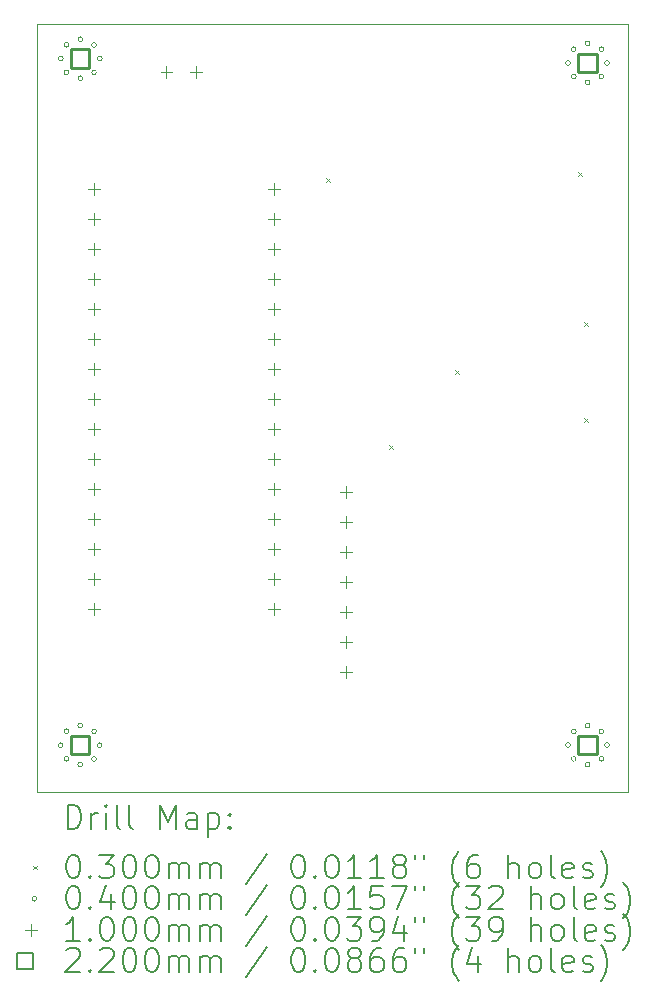
<source format=gbr>
%TF.GenerationSoftware,KiCad,Pcbnew,8.0.6*%
%TF.CreationDate,2024-10-20T12:02:17+02:00*%
%TF.ProjectId,foxy,666f7879-2e6b-4696-9361-645f70636258,rev?*%
%TF.SameCoordinates,Original*%
%TF.FileFunction,Drillmap*%
%TF.FilePolarity,Positive*%
%FSLAX45Y45*%
G04 Gerber Fmt 4.5, Leading zero omitted, Abs format (unit mm)*
G04 Created by KiCad (PCBNEW 8.0.6) date 2024-10-20 12:02:17*
%MOMM*%
%LPD*%
G01*
G04 APERTURE LIST*
%ADD10C,0.050000*%
%ADD11C,0.200000*%
%ADD12C,0.100000*%
%ADD13C,0.220000*%
G04 APERTURE END LIST*
D10*
X9144000Y-6477000D02*
X14144000Y-6477000D01*
X14144000Y-12977000D01*
X9144000Y-12977000D01*
X9144000Y-6477000D01*
D11*
D12*
X11592800Y-7782800D02*
X11622800Y-7812800D01*
X11622800Y-7782800D02*
X11592800Y-7812800D01*
X12126200Y-10043400D02*
X12156200Y-10073400D01*
X12156200Y-10043400D02*
X12126200Y-10073400D01*
X12685000Y-9408400D02*
X12715000Y-9438400D01*
X12715000Y-9408400D02*
X12685000Y-9438400D01*
X13726400Y-7732000D02*
X13756400Y-7762000D01*
X13756400Y-7732000D02*
X13726400Y-7762000D01*
X13777200Y-9002000D02*
X13807200Y-9032000D01*
X13807200Y-9002000D02*
X13777200Y-9032000D01*
X13777200Y-9814800D02*
X13807200Y-9844800D01*
X13807200Y-9814800D02*
X13777200Y-9844800D01*
X9364927Y-6771473D02*
G75*
G02*
X9324927Y-6771473I-20000J0D01*
G01*
X9324927Y-6771473D02*
G75*
G02*
X9364927Y-6771473I20000J0D01*
G01*
X9364927Y-12583327D02*
G75*
G02*
X9324927Y-12583327I-20000J0D01*
G01*
X9324927Y-12583327D02*
G75*
G02*
X9364927Y-12583327I20000J0D01*
G01*
X9413255Y-6654800D02*
G75*
G02*
X9373255Y-6654800I-20000J0D01*
G01*
X9373255Y-6654800D02*
G75*
G02*
X9413255Y-6654800I20000J0D01*
G01*
X9413255Y-6888145D02*
G75*
G02*
X9373255Y-6888145I-20000J0D01*
G01*
X9373255Y-6888145D02*
G75*
G02*
X9413255Y-6888145I20000J0D01*
G01*
X9413255Y-12466655D02*
G75*
G02*
X9373255Y-12466655I-20000J0D01*
G01*
X9373255Y-12466655D02*
G75*
G02*
X9413255Y-12466655I20000J0D01*
G01*
X9413255Y-12700000D02*
G75*
G02*
X9373255Y-12700000I-20000J0D01*
G01*
X9373255Y-12700000D02*
G75*
G02*
X9413255Y-12700000I20000J0D01*
G01*
X9529927Y-6606473D02*
G75*
G02*
X9489927Y-6606473I-20000J0D01*
G01*
X9489927Y-6606473D02*
G75*
G02*
X9529927Y-6606473I20000J0D01*
G01*
X9529927Y-6936473D02*
G75*
G02*
X9489927Y-6936473I-20000J0D01*
G01*
X9489927Y-6936473D02*
G75*
G02*
X9529927Y-6936473I20000J0D01*
G01*
X9529927Y-12418327D02*
G75*
G02*
X9489927Y-12418327I-20000J0D01*
G01*
X9489927Y-12418327D02*
G75*
G02*
X9529927Y-12418327I20000J0D01*
G01*
X9529927Y-12748327D02*
G75*
G02*
X9489927Y-12748327I-20000J0D01*
G01*
X9489927Y-12748327D02*
G75*
G02*
X9529927Y-12748327I20000J0D01*
G01*
X9646600Y-6654800D02*
G75*
G02*
X9606600Y-6654800I-20000J0D01*
G01*
X9606600Y-6654800D02*
G75*
G02*
X9646600Y-6654800I20000J0D01*
G01*
X9646600Y-6888145D02*
G75*
G02*
X9606600Y-6888145I-20000J0D01*
G01*
X9606600Y-6888145D02*
G75*
G02*
X9646600Y-6888145I20000J0D01*
G01*
X9646600Y-12466655D02*
G75*
G02*
X9606600Y-12466655I-20000J0D01*
G01*
X9606600Y-12466655D02*
G75*
G02*
X9646600Y-12466655I20000J0D01*
G01*
X9646600Y-12700000D02*
G75*
G02*
X9606600Y-12700000I-20000J0D01*
G01*
X9606600Y-12700000D02*
G75*
G02*
X9646600Y-12700000I20000J0D01*
G01*
X9694927Y-6771473D02*
G75*
G02*
X9654927Y-6771473I-20000J0D01*
G01*
X9654927Y-6771473D02*
G75*
G02*
X9694927Y-6771473I20000J0D01*
G01*
X9694927Y-12583327D02*
G75*
G02*
X9654927Y-12583327I-20000J0D01*
G01*
X9654927Y-12583327D02*
G75*
G02*
X9694927Y-12583327I20000J0D01*
G01*
X13660000Y-6807200D02*
G75*
G02*
X13620000Y-6807200I-20000J0D01*
G01*
X13620000Y-6807200D02*
G75*
G02*
X13660000Y-6807200I20000J0D01*
G01*
X13660000Y-12583327D02*
G75*
G02*
X13620000Y-12583327I-20000J0D01*
G01*
X13620000Y-12583327D02*
G75*
G02*
X13660000Y-12583327I20000J0D01*
G01*
X13708327Y-6690527D02*
G75*
G02*
X13668327Y-6690527I-20000J0D01*
G01*
X13668327Y-6690527D02*
G75*
G02*
X13708327Y-6690527I20000J0D01*
G01*
X13708327Y-6923873D02*
G75*
G02*
X13668327Y-6923873I-20000J0D01*
G01*
X13668327Y-6923873D02*
G75*
G02*
X13708327Y-6923873I20000J0D01*
G01*
X13708327Y-12466655D02*
G75*
G02*
X13668327Y-12466655I-20000J0D01*
G01*
X13668327Y-12466655D02*
G75*
G02*
X13708327Y-12466655I20000J0D01*
G01*
X13708327Y-12700000D02*
G75*
G02*
X13668327Y-12700000I-20000J0D01*
G01*
X13668327Y-12700000D02*
G75*
G02*
X13708327Y-12700000I20000J0D01*
G01*
X13825000Y-6642200D02*
G75*
G02*
X13785000Y-6642200I-20000J0D01*
G01*
X13785000Y-6642200D02*
G75*
G02*
X13825000Y-6642200I20000J0D01*
G01*
X13825000Y-6972200D02*
G75*
G02*
X13785000Y-6972200I-20000J0D01*
G01*
X13785000Y-6972200D02*
G75*
G02*
X13825000Y-6972200I20000J0D01*
G01*
X13825000Y-12418327D02*
G75*
G02*
X13785000Y-12418327I-20000J0D01*
G01*
X13785000Y-12418327D02*
G75*
G02*
X13825000Y-12418327I20000J0D01*
G01*
X13825000Y-12748327D02*
G75*
G02*
X13785000Y-12748327I-20000J0D01*
G01*
X13785000Y-12748327D02*
G75*
G02*
X13825000Y-12748327I20000J0D01*
G01*
X13941673Y-6690527D02*
G75*
G02*
X13901673Y-6690527I-20000J0D01*
G01*
X13901673Y-6690527D02*
G75*
G02*
X13941673Y-6690527I20000J0D01*
G01*
X13941673Y-6923873D02*
G75*
G02*
X13901673Y-6923873I-20000J0D01*
G01*
X13901673Y-6923873D02*
G75*
G02*
X13941673Y-6923873I20000J0D01*
G01*
X13941673Y-12466655D02*
G75*
G02*
X13901673Y-12466655I-20000J0D01*
G01*
X13901673Y-12466655D02*
G75*
G02*
X13941673Y-12466655I20000J0D01*
G01*
X13941673Y-12700000D02*
G75*
G02*
X13901673Y-12700000I-20000J0D01*
G01*
X13901673Y-12700000D02*
G75*
G02*
X13941673Y-12700000I20000J0D01*
G01*
X13990000Y-6807200D02*
G75*
G02*
X13950000Y-6807200I-20000J0D01*
G01*
X13950000Y-6807200D02*
G75*
G02*
X13990000Y-6807200I20000J0D01*
G01*
X13990000Y-12583327D02*
G75*
G02*
X13950000Y-12583327I-20000J0D01*
G01*
X13950000Y-12583327D02*
G75*
G02*
X13990000Y-12583327I20000J0D01*
G01*
X9626600Y-7824000D02*
X9626600Y-7924000D01*
X9576600Y-7874000D02*
X9676600Y-7874000D01*
X9626600Y-8078000D02*
X9626600Y-8178000D01*
X9576600Y-8128000D02*
X9676600Y-8128000D01*
X9626600Y-8332000D02*
X9626600Y-8432000D01*
X9576600Y-8382000D02*
X9676600Y-8382000D01*
X9626600Y-8586000D02*
X9626600Y-8686000D01*
X9576600Y-8636000D02*
X9676600Y-8636000D01*
X9626600Y-8840000D02*
X9626600Y-8940000D01*
X9576600Y-8890000D02*
X9676600Y-8890000D01*
X9626600Y-9094000D02*
X9626600Y-9194000D01*
X9576600Y-9144000D02*
X9676600Y-9144000D01*
X9626600Y-9348000D02*
X9626600Y-9448000D01*
X9576600Y-9398000D02*
X9676600Y-9398000D01*
X9626600Y-9602000D02*
X9626600Y-9702000D01*
X9576600Y-9652000D02*
X9676600Y-9652000D01*
X9626600Y-9856000D02*
X9626600Y-9956000D01*
X9576600Y-9906000D02*
X9676600Y-9906000D01*
X9626600Y-10110000D02*
X9626600Y-10210000D01*
X9576600Y-10160000D02*
X9676600Y-10160000D01*
X9626600Y-10364000D02*
X9626600Y-10464000D01*
X9576600Y-10414000D02*
X9676600Y-10414000D01*
X9626600Y-10618000D02*
X9626600Y-10718000D01*
X9576600Y-10668000D02*
X9676600Y-10668000D01*
X9626600Y-10872000D02*
X9626600Y-10972000D01*
X9576600Y-10922000D02*
X9676600Y-10922000D01*
X9626600Y-11126000D02*
X9626600Y-11226000D01*
X9576600Y-11176000D02*
X9676600Y-11176000D01*
X9626600Y-11380000D02*
X9626600Y-11480000D01*
X9576600Y-11430000D02*
X9676600Y-11430000D01*
X10239900Y-6833100D02*
X10239900Y-6933100D01*
X10189900Y-6883100D02*
X10289900Y-6883100D01*
X10489900Y-6833100D02*
X10489900Y-6933100D01*
X10439900Y-6883100D02*
X10539900Y-6883100D01*
X11150600Y-7824000D02*
X11150600Y-7924000D01*
X11100600Y-7874000D02*
X11200600Y-7874000D01*
X11150600Y-8078000D02*
X11150600Y-8178000D01*
X11100600Y-8128000D02*
X11200600Y-8128000D01*
X11150600Y-8332000D02*
X11150600Y-8432000D01*
X11100600Y-8382000D02*
X11200600Y-8382000D01*
X11150600Y-8586000D02*
X11150600Y-8686000D01*
X11100600Y-8636000D02*
X11200600Y-8636000D01*
X11150600Y-8840000D02*
X11150600Y-8940000D01*
X11100600Y-8890000D02*
X11200600Y-8890000D01*
X11150600Y-9094000D02*
X11150600Y-9194000D01*
X11100600Y-9144000D02*
X11200600Y-9144000D01*
X11150600Y-9348000D02*
X11150600Y-9448000D01*
X11100600Y-9398000D02*
X11200600Y-9398000D01*
X11150600Y-9602000D02*
X11150600Y-9702000D01*
X11100600Y-9652000D02*
X11200600Y-9652000D01*
X11150600Y-9856000D02*
X11150600Y-9956000D01*
X11100600Y-9906000D02*
X11200600Y-9906000D01*
X11150600Y-10110000D02*
X11150600Y-10210000D01*
X11100600Y-10160000D02*
X11200600Y-10160000D01*
X11150600Y-10364000D02*
X11150600Y-10464000D01*
X11100600Y-10414000D02*
X11200600Y-10414000D01*
X11150600Y-10618000D02*
X11150600Y-10718000D01*
X11100600Y-10668000D02*
X11200600Y-10668000D01*
X11150600Y-10872000D02*
X11150600Y-10972000D01*
X11100600Y-10922000D02*
X11200600Y-10922000D01*
X11150600Y-11126000D02*
X11150600Y-11226000D01*
X11100600Y-11176000D02*
X11200600Y-11176000D01*
X11150600Y-11380000D02*
X11150600Y-11480000D01*
X11100600Y-11430000D02*
X11200600Y-11430000D01*
X11760200Y-10389400D02*
X11760200Y-10489400D01*
X11710200Y-10439400D02*
X11810200Y-10439400D01*
X11760200Y-10643400D02*
X11760200Y-10743400D01*
X11710200Y-10693400D02*
X11810200Y-10693400D01*
X11760200Y-10897400D02*
X11760200Y-10997400D01*
X11710200Y-10947400D02*
X11810200Y-10947400D01*
X11760200Y-11151400D02*
X11760200Y-11251400D01*
X11710200Y-11201400D02*
X11810200Y-11201400D01*
X11760200Y-11405400D02*
X11760200Y-11505400D01*
X11710200Y-11455400D02*
X11810200Y-11455400D01*
X11760200Y-11659400D02*
X11760200Y-11759400D01*
X11710200Y-11709400D02*
X11810200Y-11709400D01*
X11760200Y-11913400D02*
X11760200Y-12013400D01*
X11710200Y-11963400D02*
X11810200Y-11963400D01*
D13*
X9587710Y-6849255D02*
X9587710Y-6693690D01*
X9432145Y-6693690D01*
X9432145Y-6849255D01*
X9587710Y-6849255D01*
X9587710Y-12661110D02*
X9587710Y-12505545D01*
X9432145Y-12505545D01*
X9432145Y-12661110D01*
X9587710Y-12661110D01*
X13882782Y-6884982D02*
X13882782Y-6729417D01*
X13727217Y-6729417D01*
X13727217Y-6884982D01*
X13882782Y-6884982D01*
X13882782Y-12661110D02*
X13882782Y-12505545D01*
X13727217Y-12505545D01*
X13727217Y-12661110D01*
X13882782Y-12661110D01*
D11*
X9402277Y-13290984D02*
X9402277Y-13090984D01*
X9402277Y-13090984D02*
X9449896Y-13090984D01*
X9449896Y-13090984D02*
X9478467Y-13100508D01*
X9478467Y-13100508D02*
X9497515Y-13119555D01*
X9497515Y-13119555D02*
X9507039Y-13138603D01*
X9507039Y-13138603D02*
X9516563Y-13176698D01*
X9516563Y-13176698D02*
X9516563Y-13205269D01*
X9516563Y-13205269D02*
X9507039Y-13243365D01*
X9507039Y-13243365D02*
X9497515Y-13262412D01*
X9497515Y-13262412D02*
X9478467Y-13281460D01*
X9478467Y-13281460D02*
X9449896Y-13290984D01*
X9449896Y-13290984D02*
X9402277Y-13290984D01*
X9602277Y-13290984D02*
X9602277Y-13157650D01*
X9602277Y-13195746D02*
X9611801Y-13176698D01*
X9611801Y-13176698D02*
X9621324Y-13167174D01*
X9621324Y-13167174D02*
X9640372Y-13157650D01*
X9640372Y-13157650D02*
X9659420Y-13157650D01*
X9726086Y-13290984D02*
X9726086Y-13157650D01*
X9726086Y-13090984D02*
X9716563Y-13100508D01*
X9716563Y-13100508D02*
X9726086Y-13110031D01*
X9726086Y-13110031D02*
X9735610Y-13100508D01*
X9735610Y-13100508D02*
X9726086Y-13090984D01*
X9726086Y-13090984D02*
X9726086Y-13110031D01*
X9849896Y-13290984D02*
X9830848Y-13281460D01*
X9830848Y-13281460D02*
X9821324Y-13262412D01*
X9821324Y-13262412D02*
X9821324Y-13090984D01*
X9954658Y-13290984D02*
X9935610Y-13281460D01*
X9935610Y-13281460D02*
X9926086Y-13262412D01*
X9926086Y-13262412D02*
X9926086Y-13090984D01*
X10183229Y-13290984D02*
X10183229Y-13090984D01*
X10183229Y-13090984D02*
X10249896Y-13233841D01*
X10249896Y-13233841D02*
X10316563Y-13090984D01*
X10316563Y-13090984D02*
X10316563Y-13290984D01*
X10497515Y-13290984D02*
X10497515Y-13186222D01*
X10497515Y-13186222D02*
X10487991Y-13167174D01*
X10487991Y-13167174D02*
X10468944Y-13157650D01*
X10468944Y-13157650D02*
X10430848Y-13157650D01*
X10430848Y-13157650D02*
X10411801Y-13167174D01*
X10497515Y-13281460D02*
X10478467Y-13290984D01*
X10478467Y-13290984D02*
X10430848Y-13290984D01*
X10430848Y-13290984D02*
X10411801Y-13281460D01*
X10411801Y-13281460D02*
X10402277Y-13262412D01*
X10402277Y-13262412D02*
X10402277Y-13243365D01*
X10402277Y-13243365D02*
X10411801Y-13224317D01*
X10411801Y-13224317D02*
X10430848Y-13214793D01*
X10430848Y-13214793D02*
X10478467Y-13214793D01*
X10478467Y-13214793D02*
X10497515Y-13205269D01*
X10592753Y-13157650D02*
X10592753Y-13357650D01*
X10592753Y-13167174D02*
X10611801Y-13157650D01*
X10611801Y-13157650D02*
X10649896Y-13157650D01*
X10649896Y-13157650D02*
X10668944Y-13167174D01*
X10668944Y-13167174D02*
X10678467Y-13176698D01*
X10678467Y-13176698D02*
X10687991Y-13195746D01*
X10687991Y-13195746D02*
X10687991Y-13252888D01*
X10687991Y-13252888D02*
X10678467Y-13271936D01*
X10678467Y-13271936D02*
X10668944Y-13281460D01*
X10668944Y-13281460D02*
X10649896Y-13290984D01*
X10649896Y-13290984D02*
X10611801Y-13290984D01*
X10611801Y-13290984D02*
X10592753Y-13281460D01*
X10773705Y-13271936D02*
X10783229Y-13281460D01*
X10783229Y-13281460D02*
X10773705Y-13290984D01*
X10773705Y-13290984D02*
X10764182Y-13281460D01*
X10764182Y-13281460D02*
X10773705Y-13271936D01*
X10773705Y-13271936D02*
X10773705Y-13290984D01*
X10773705Y-13167174D02*
X10783229Y-13176698D01*
X10783229Y-13176698D02*
X10773705Y-13186222D01*
X10773705Y-13186222D02*
X10764182Y-13176698D01*
X10764182Y-13176698D02*
X10773705Y-13167174D01*
X10773705Y-13167174D02*
X10773705Y-13186222D01*
D12*
X9111500Y-13604500D02*
X9141500Y-13634500D01*
X9141500Y-13604500D02*
X9111500Y-13634500D01*
D11*
X9440372Y-13510984D02*
X9459420Y-13510984D01*
X9459420Y-13510984D02*
X9478467Y-13520508D01*
X9478467Y-13520508D02*
X9487991Y-13530031D01*
X9487991Y-13530031D02*
X9497515Y-13549079D01*
X9497515Y-13549079D02*
X9507039Y-13587174D01*
X9507039Y-13587174D02*
X9507039Y-13634793D01*
X9507039Y-13634793D02*
X9497515Y-13672888D01*
X9497515Y-13672888D02*
X9487991Y-13691936D01*
X9487991Y-13691936D02*
X9478467Y-13701460D01*
X9478467Y-13701460D02*
X9459420Y-13710984D01*
X9459420Y-13710984D02*
X9440372Y-13710984D01*
X9440372Y-13710984D02*
X9421324Y-13701460D01*
X9421324Y-13701460D02*
X9411801Y-13691936D01*
X9411801Y-13691936D02*
X9402277Y-13672888D01*
X9402277Y-13672888D02*
X9392753Y-13634793D01*
X9392753Y-13634793D02*
X9392753Y-13587174D01*
X9392753Y-13587174D02*
X9402277Y-13549079D01*
X9402277Y-13549079D02*
X9411801Y-13530031D01*
X9411801Y-13530031D02*
X9421324Y-13520508D01*
X9421324Y-13520508D02*
X9440372Y-13510984D01*
X9592753Y-13691936D02*
X9602277Y-13701460D01*
X9602277Y-13701460D02*
X9592753Y-13710984D01*
X9592753Y-13710984D02*
X9583229Y-13701460D01*
X9583229Y-13701460D02*
X9592753Y-13691936D01*
X9592753Y-13691936D02*
X9592753Y-13710984D01*
X9668944Y-13510984D02*
X9792753Y-13510984D01*
X9792753Y-13510984D02*
X9726086Y-13587174D01*
X9726086Y-13587174D02*
X9754658Y-13587174D01*
X9754658Y-13587174D02*
X9773705Y-13596698D01*
X9773705Y-13596698D02*
X9783229Y-13606222D01*
X9783229Y-13606222D02*
X9792753Y-13625269D01*
X9792753Y-13625269D02*
X9792753Y-13672888D01*
X9792753Y-13672888D02*
X9783229Y-13691936D01*
X9783229Y-13691936D02*
X9773705Y-13701460D01*
X9773705Y-13701460D02*
X9754658Y-13710984D01*
X9754658Y-13710984D02*
X9697515Y-13710984D01*
X9697515Y-13710984D02*
X9678467Y-13701460D01*
X9678467Y-13701460D02*
X9668944Y-13691936D01*
X9916563Y-13510984D02*
X9935610Y-13510984D01*
X9935610Y-13510984D02*
X9954658Y-13520508D01*
X9954658Y-13520508D02*
X9964182Y-13530031D01*
X9964182Y-13530031D02*
X9973705Y-13549079D01*
X9973705Y-13549079D02*
X9983229Y-13587174D01*
X9983229Y-13587174D02*
X9983229Y-13634793D01*
X9983229Y-13634793D02*
X9973705Y-13672888D01*
X9973705Y-13672888D02*
X9964182Y-13691936D01*
X9964182Y-13691936D02*
X9954658Y-13701460D01*
X9954658Y-13701460D02*
X9935610Y-13710984D01*
X9935610Y-13710984D02*
X9916563Y-13710984D01*
X9916563Y-13710984D02*
X9897515Y-13701460D01*
X9897515Y-13701460D02*
X9887991Y-13691936D01*
X9887991Y-13691936D02*
X9878467Y-13672888D01*
X9878467Y-13672888D02*
X9868944Y-13634793D01*
X9868944Y-13634793D02*
X9868944Y-13587174D01*
X9868944Y-13587174D02*
X9878467Y-13549079D01*
X9878467Y-13549079D02*
X9887991Y-13530031D01*
X9887991Y-13530031D02*
X9897515Y-13520508D01*
X9897515Y-13520508D02*
X9916563Y-13510984D01*
X10107039Y-13510984D02*
X10126086Y-13510984D01*
X10126086Y-13510984D02*
X10145134Y-13520508D01*
X10145134Y-13520508D02*
X10154658Y-13530031D01*
X10154658Y-13530031D02*
X10164182Y-13549079D01*
X10164182Y-13549079D02*
X10173705Y-13587174D01*
X10173705Y-13587174D02*
X10173705Y-13634793D01*
X10173705Y-13634793D02*
X10164182Y-13672888D01*
X10164182Y-13672888D02*
X10154658Y-13691936D01*
X10154658Y-13691936D02*
X10145134Y-13701460D01*
X10145134Y-13701460D02*
X10126086Y-13710984D01*
X10126086Y-13710984D02*
X10107039Y-13710984D01*
X10107039Y-13710984D02*
X10087991Y-13701460D01*
X10087991Y-13701460D02*
X10078467Y-13691936D01*
X10078467Y-13691936D02*
X10068944Y-13672888D01*
X10068944Y-13672888D02*
X10059420Y-13634793D01*
X10059420Y-13634793D02*
X10059420Y-13587174D01*
X10059420Y-13587174D02*
X10068944Y-13549079D01*
X10068944Y-13549079D02*
X10078467Y-13530031D01*
X10078467Y-13530031D02*
X10087991Y-13520508D01*
X10087991Y-13520508D02*
X10107039Y-13510984D01*
X10259420Y-13710984D02*
X10259420Y-13577650D01*
X10259420Y-13596698D02*
X10268944Y-13587174D01*
X10268944Y-13587174D02*
X10287991Y-13577650D01*
X10287991Y-13577650D02*
X10316563Y-13577650D01*
X10316563Y-13577650D02*
X10335610Y-13587174D01*
X10335610Y-13587174D02*
X10345134Y-13606222D01*
X10345134Y-13606222D02*
X10345134Y-13710984D01*
X10345134Y-13606222D02*
X10354658Y-13587174D01*
X10354658Y-13587174D02*
X10373705Y-13577650D01*
X10373705Y-13577650D02*
X10402277Y-13577650D01*
X10402277Y-13577650D02*
X10421325Y-13587174D01*
X10421325Y-13587174D02*
X10430848Y-13606222D01*
X10430848Y-13606222D02*
X10430848Y-13710984D01*
X10526086Y-13710984D02*
X10526086Y-13577650D01*
X10526086Y-13596698D02*
X10535610Y-13587174D01*
X10535610Y-13587174D02*
X10554658Y-13577650D01*
X10554658Y-13577650D02*
X10583229Y-13577650D01*
X10583229Y-13577650D02*
X10602277Y-13587174D01*
X10602277Y-13587174D02*
X10611801Y-13606222D01*
X10611801Y-13606222D02*
X10611801Y-13710984D01*
X10611801Y-13606222D02*
X10621325Y-13587174D01*
X10621325Y-13587174D02*
X10640372Y-13577650D01*
X10640372Y-13577650D02*
X10668944Y-13577650D01*
X10668944Y-13577650D02*
X10687991Y-13587174D01*
X10687991Y-13587174D02*
X10697515Y-13606222D01*
X10697515Y-13606222D02*
X10697515Y-13710984D01*
X11087991Y-13501460D02*
X10916563Y-13758603D01*
X11345134Y-13510984D02*
X11364182Y-13510984D01*
X11364182Y-13510984D02*
X11383229Y-13520508D01*
X11383229Y-13520508D02*
X11392753Y-13530031D01*
X11392753Y-13530031D02*
X11402277Y-13549079D01*
X11402277Y-13549079D02*
X11411801Y-13587174D01*
X11411801Y-13587174D02*
X11411801Y-13634793D01*
X11411801Y-13634793D02*
X11402277Y-13672888D01*
X11402277Y-13672888D02*
X11392753Y-13691936D01*
X11392753Y-13691936D02*
X11383229Y-13701460D01*
X11383229Y-13701460D02*
X11364182Y-13710984D01*
X11364182Y-13710984D02*
X11345134Y-13710984D01*
X11345134Y-13710984D02*
X11326086Y-13701460D01*
X11326086Y-13701460D02*
X11316563Y-13691936D01*
X11316563Y-13691936D02*
X11307039Y-13672888D01*
X11307039Y-13672888D02*
X11297515Y-13634793D01*
X11297515Y-13634793D02*
X11297515Y-13587174D01*
X11297515Y-13587174D02*
X11307039Y-13549079D01*
X11307039Y-13549079D02*
X11316563Y-13530031D01*
X11316563Y-13530031D02*
X11326086Y-13520508D01*
X11326086Y-13520508D02*
X11345134Y-13510984D01*
X11497515Y-13691936D02*
X11507039Y-13701460D01*
X11507039Y-13701460D02*
X11497515Y-13710984D01*
X11497515Y-13710984D02*
X11487991Y-13701460D01*
X11487991Y-13701460D02*
X11497515Y-13691936D01*
X11497515Y-13691936D02*
X11497515Y-13710984D01*
X11630848Y-13510984D02*
X11649896Y-13510984D01*
X11649896Y-13510984D02*
X11668944Y-13520508D01*
X11668944Y-13520508D02*
X11678467Y-13530031D01*
X11678467Y-13530031D02*
X11687991Y-13549079D01*
X11687991Y-13549079D02*
X11697515Y-13587174D01*
X11697515Y-13587174D02*
X11697515Y-13634793D01*
X11697515Y-13634793D02*
X11687991Y-13672888D01*
X11687991Y-13672888D02*
X11678467Y-13691936D01*
X11678467Y-13691936D02*
X11668944Y-13701460D01*
X11668944Y-13701460D02*
X11649896Y-13710984D01*
X11649896Y-13710984D02*
X11630848Y-13710984D01*
X11630848Y-13710984D02*
X11611801Y-13701460D01*
X11611801Y-13701460D02*
X11602277Y-13691936D01*
X11602277Y-13691936D02*
X11592753Y-13672888D01*
X11592753Y-13672888D02*
X11583229Y-13634793D01*
X11583229Y-13634793D02*
X11583229Y-13587174D01*
X11583229Y-13587174D02*
X11592753Y-13549079D01*
X11592753Y-13549079D02*
X11602277Y-13530031D01*
X11602277Y-13530031D02*
X11611801Y-13520508D01*
X11611801Y-13520508D02*
X11630848Y-13510984D01*
X11887991Y-13710984D02*
X11773706Y-13710984D01*
X11830848Y-13710984D02*
X11830848Y-13510984D01*
X11830848Y-13510984D02*
X11811801Y-13539555D01*
X11811801Y-13539555D02*
X11792753Y-13558603D01*
X11792753Y-13558603D02*
X11773706Y-13568127D01*
X12078467Y-13710984D02*
X11964182Y-13710984D01*
X12021325Y-13710984D02*
X12021325Y-13510984D01*
X12021325Y-13510984D02*
X12002277Y-13539555D01*
X12002277Y-13539555D02*
X11983229Y-13558603D01*
X11983229Y-13558603D02*
X11964182Y-13568127D01*
X12192753Y-13596698D02*
X12173706Y-13587174D01*
X12173706Y-13587174D02*
X12164182Y-13577650D01*
X12164182Y-13577650D02*
X12154658Y-13558603D01*
X12154658Y-13558603D02*
X12154658Y-13549079D01*
X12154658Y-13549079D02*
X12164182Y-13530031D01*
X12164182Y-13530031D02*
X12173706Y-13520508D01*
X12173706Y-13520508D02*
X12192753Y-13510984D01*
X12192753Y-13510984D02*
X12230848Y-13510984D01*
X12230848Y-13510984D02*
X12249896Y-13520508D01*
X12249896Y-13520508D02*
X12259420Y-13530031D01*
X12259420Y-13530031D02*
X12268944Y-13549079D01*
X12268944Y-13549079D02*
X12268944Y-13558603D01*
X12268944Y-13558603D02*
X12259420Y-13577650D01*
X12259420Y-13577650D02*
X12249896Y-13587174D01*
X12249896Y-13587174D02*
X12230848Y-13596698D01*
X12230848Y-13596698D02*
X12192753Y-13596698D01*
X12192753Y-13596698D02*
X12173706Y-13606222D01*
X12173706Y-13606222D02*
X12164182Y-13615746D01*
X12164182Y-13615746D02*
X12154658Y-13634793D01*
X12154658Y-13634793D02*
X12154658Y-13672888D01*
X12154658Y-13672888D02*
X12164182Y-13691936D01*
X12164182Y-13691936D02*
X12173706Y-13701460D01*
X12173706Y-13701460D02*
X12192753Y-13710984D01*
X12192753Y-13710984D02*
X12230848Y-13710984D01*
X12230848Y-13710984D02*
X12249896Y-13701460D01*
X12249896Y-13701460D02*
X12259420Y-13691936D01*
X12259420Y-13691936D02*
X12268944Y-13672888D01*
X12268944Y-13672888D02*
X12268944Y-13634793D01*
X12268944Y-13634793D02*
X12259420Y-13615746D01*
X12259420Y-13615746D02*
X12249896Y-13606222D01*
X12249896Y-13606222D02*
X12230848Y-13596698D01*
X12345134Y-13510984D02*
X12345134Y-13549079D01*
X12421325Y-13510984D02*
X12421325Y-13549079D01*
X12716563Y-13787174D02*
X12707039Y-13777650D01*
X12707039Y-13777650D02*
X12687991Y-13749079D01*
X12687991Y-13749079D02*
X12678468Y-13730031D01*
X12678468Y-13730031D02*
X12668944Y-13701460D01*
X12668944Y-13701460D02*
X12659420Y-13653841D01*
X12659420Y-13653841D02*
X12659420Y-13615746D01*
X12659420Y-13615746D02*
X12668944Y-13568127D01*
X12668944Y-13568127D02*
X12678468Y-13539555D01*
X12678468Y-13539555D02*
X12687991Y-13520508D01*
X12687991Y-13520508D02*
X12707039Y-13491936D01*
X12707039Y-13491936D02*
X12716563Y-13482412D01*
X12878468Y-13510984D02*
X12840372Y-13510984D01*
X12840372Y-13510984D02*
X12821325Y-13520508D01*
X12821325Y-13520508D02*
X12811801Y-13530031D01*
X12811801Y-13530031D02*
X12792753Y-13558603D01*
X12792753Y-13558603D02*
X12783229Y-13596698D01*
X12783229Y-13596698D02*
X12783229Y-13672888D01*
X12783229Y-13672888D02*
X12792753Y-13691936D01*
X12792753Y-13691936D02*
X12802277Y-13701460D01*
X12802277Y-13701460D02*
X12821325Y-13710984D01*
X12821325Y-13710984D02*
X12859420Y-13710984D01*
X12859420Y-13710984D02*
X12878468Y-13701460D01*
X12878468Y-13701460D02*
X12887991Y-13691936D01*
X12887991Y-13691936D02*
X12897515Y-13672888D01*
X12897515Y-13672888D02*
X12897515Y-13625269D01*
X12897515Y-13625269D02*
X12887991Y-13606222D01*
X12887991Y-13606222D02*
X12878468Y-13596698D01*
X12878468Y-13596698D02*
X12859420Y-13587174D01*
X12859420Y-13587174D02*
X12821325Y-13587174D01*
X12821325Y-13587174D02*
X12802277Y-13596698D01*
X12802277Y-13596698D02*
X12792753Y-13606222D01*
X12792753Y-13606222D02*
X12783229Y-13625269D01*
X13135610Y-13710984D02*
X13135610Y-13510984D01*
X13221325Y-13710984D02*
X13221325Y-13606222D01*
X13221325Y-13606222D02*
X13211801Y-13587174D01*
X13211801Y-13587174D02*
X13192753Y-13577650D01*
X13192753Y-13577650D02*
X13164182Y-13577650D01*
X13164182Y-13577650D02*
X13145134Y-13587174D01*
X13145134Y-13587174D02*
X13135610Y-13596698D01*
X13345134Y-13710984D02*
X13326087Y-13701460D01*
X13326087Y-13701460D02*
X13316563Y-13691936D01*
X13316563Y-13691936D02*
X13307039Y-13672888D01*
X13307039Y-13672888D02*
X13307039Y-13615746D01*
X13307039Y-13615746D02*
X13316563Y-13596698D01*
X13316563Y-13596698D02*
X13326087Y-13587174D01*
X13326087Y-13587174D02*
X13345134Y-13577650D01*
X13345134Y-13577650D02*
X13373706Y-13577650D01*
X13373706Y-13577650D02*
X13392753Y-13587174D01*
X13392753Y-13587174D02*
X13402277Y-13596698D01*
X13402277Y-13596698D02*
X13411801Y-13615746D01*
X13411801Y-13615746D02*
X13411801Y-13672888D01*
X13411801Y-13672888D02*
X13402277Y-13691936D01*
X13402277Y-13691936D02*
X13392753Y-13701460D01*
X13392753Y-13701460D02*
X13373706Y-13710984D01*
X13373706Y-13710984D02*
X13345134Y-13710984D01*
X13526087Y-13710984D02*
X13507039Y-13701460D01*
X13507039Y-13701460D02*
X13497515Y-13682412D01*
X13497515Y-13682412D02*
X13497515Y-13510984D01*
X13678468Y-13701460D02*
X13659420Y-13710984D01*
X13659420Y-13710984D02*
X13621325Y-13710984D01*
X13621325Y-13710984D02*
X13602277Y-13701460D01*
X13602277Y-13701460D02*
X13592753Y-13682412D01*
X13592753Y-13682412D02*
X13592753Y-13606222D01*
X13592753Y-13606222D02*
X13602277Y-13587174D01*
X13602277Y-13587174D02*
X13621325Y-13577650D01*
X13621325Y-13577650D02*
X13659420Y-13577650D01*
X13659420Y-13577650D02*
X13678468Y-13587174D01*
X13678468Y-13587174D02*
X13687991Y-13606222D01*
X13687991Y-13606222D02*
X13687991Y-13625269D01*
X13687991Y-13625269D02*
X13592753Y-13644317D01*
X13764182Y-13701460D02*
X13783230Y-13710984D01*
X13783230Y-13710984D02*
X13821325Y-13710984D01*
X13821325Y-13710984D02*
X13840372Y-13701460D01*
X13840372Y-13701460D02*
X13849896Y-13682412D01*
X13849896Y-13682412D02*
X13849896Y-13672888D01*
X13849896Y-13672888D02*
X13840372Y-13653841D01*
X13840372Y-13653841D02*
X13821325Y-13644317D01*
X13821325Y-13644317D02*
X13792753Y-13644317D01*
X13792753Y-13644317D02*
X13773706Y-13634793D01*
X13773706Y-13634793D02*
X13764182Y-13615746D01*
X13764182Y-13615746D02*
X13764182Y-13606222D01*
X13764182Y-13606222D02*
X13773706Y-13587174D01*
X13773706Y-13587174D02*
X13792753Y-13577650D01*
X13792753Y-13577650D02*
X13821325Y-13577650D01*
X13821325Y-13577650D02*
X13840372Y-13587174D01*
X13916563Y-13787174D02*
X13926087Y-13777650D01*
X13926087Y-13777650D02*
X13945134Y-13749079D01*
X13945134Y-13749079D02*
X13954658Y-13730031D01*
X13954658Y-13730031D02*
X13964182Y-13701460D01*
X13964182Y-13701460D02*
X13973706Y-13653841D01*
X13973706Y-13653841D02*
X13973706Y-13615746D01*
X13973706Y-13615746D02*
X13964182Y-13568127D01*
X13964182Y-13568127D02*
X13954658Y-13539555D01*
X13954658Y-13539555D02*
X13945134Y-13520508D01*
X13945134Y-13520508D02*
X13926087Y-13491936D01*
X13926087Y-13491936D02*
X13916563Y-13482412D01*
D12*
X9141500Y-13883500D02*
G75*
G02*
X9101500Y-13883500I-20000J0D01*
G01*
X9101500Y-13883500D02*
G75*
G02*
X9141500Y-13883500I20000J0D01*
G01*
D11*
X9440372Y-13774984D02*
X9459420Y-13774984D01*
X9459420Y-13774984D02*
X9478467Y-13784508D01*
X9478467Y-13784508D02*
X9487991Y-13794031D01*
X9487991Y-13794031D02*
X9497515Y-13813079D01*
X9497515Y-13813079D02*
X9507039Y-13851174D01*
X9507039Y-13851174D02*
X9507039Y-13898793D01*
X9507039Y-13898793D02*
X9497515Y-13936888D01*
X9497515Y-13936888D02*
X9487991Y-13955936D01*
X9487991Y-13955936D02*
X9478467Y-13965460D01*
X9478467Y-13965460D02*
X9459420Y-13974984D01*
X9459420Y-13974984D02*
X9440372Y-13974984D01*
X9440372Y-13974984D02*
X9421324Y-13965460D01*
X9421324Y-13965460D02*
X9411801Y-13955936D01*
X9411801Y-13955936D02*
X9402277Y-13936888D01*
X9402277Y-13936888D02*
X9392753Y-13898793D01*
X9392753Y-13898793D02*
X9392753Y-13851174D01*
X9392753Y-13851174D02*
X9402277Y-13813079D01*
X9402277Y-13813079D02*
X9411801Y-13794031D01*
X9411801Y-13794031D02*
X9421324Y-13784508D01*
X9421324Y-13784508D02*
X9440372Y-13774984D01*
X9592753Y-13955936D02*
X9602277Y-13965460D01*
X9602277Y-13965460D02*
X9592753Y-13974984D01*
X9592753Y-13974984D02*
X9583229Y-13965460D01*
X9583229Y-13965460D02*
X9592753Y-13955936D01*
X9592753Y-13955936D02*
X9592753Y-13974984D01*
X9773705Y-13841650D02*
X9773705Y-13974984D01*
X9726086Y-13765460D02*
X9678467Y-13908317D01*
X9678467Y-13908317D02*
X9802277Y-13908317D01*
X9916563Y-13774984D02*
X9935610Y-13774984D01*
X9935610Y-13774984D02*
X9954658Y-13784508D01*
X9954658Y-13784508D02*
X9964182Y-13794031D01*
X9964182Y-13794031D02*
X9973705Y-13813079D01*
X9973705Y-13813079D02*
X9983229Y-13851174D01*
X9983229Y-13851174D02*
X9983229Y-13898793D01*
X9983229Y-13898793D02*
X9973705Y-13936888D01*
X9973705Y-13936888D02*
X9964182Y-13955936D01*
X9964182Y-13955936D02*
X9954658Y-13965460D01*
X9954658Y-13965460D02*
X9935610Y-13974984D01*
X9935610Y-13974984D02*
X9916563Y-13974984D01*
X9916563Y-13974984D02*
X9897515Y-13965460D01*
X9897515Y-13965460D02*
X9887991Y-13955936D01*
X9887991Y-13955936D02*
X9878467Y-13936888D01*
X9878467Y-13936888D02*
X9868944Y-13898793D01*
X9868944Y-13898793D02*
X9868944Y-13851174D01*
X9868944Y-13851174D02*
X9878467Y-13813079D01*
X9878467Y-13813079D02*
X9887991Y-13794031D01*
X9887991Y-13794031D02*
X9897515Y-13784508D01*
X9897515Y-13784508D02*
X9916563Y-13774984D01*
X10107039Y-13774984D02*
X10126086Y-13774984D01*
X10126086Y-13774984D02*
X10145134Y-13784508D01*
X10145134Y-13784508D02*
X10154658Y-13794031D01*
X10154658Y-13794031D02*
X10164182Y-13813079D01*
X10164182Y-13813079D02*
X10173705Y-13851174D01*
X10173705Y-13851174D02*
X10173705Y-13898793D01*
X10173705Y-13898793D02*
X10164182Y-13936888D01*
X10164182Y-13936888D02*
X10154658Y-13955936D01*
X10154658Y-13955936D02*
X10145134Y-13965460D01*
X10145134Y-13965460D02*
X10126086Y-13974984D01*
X10126086Y-13974984D02*
X10107039Y-13974984D01*
X10107039Y-13974984D02*
X10087991Y-13965460D01*
X10087991Y-13965460D02*
X10078467Y-13955936D01*
X10078467Y-13955936D02*
X10068944Y-13936888D01*
X10068944Y-13936888D02*
X10059420Y-13898793D01*
X10059420Y-13898793D02*
X10059420Y-13851174D01*
X10059420Y-13851174D02*
X10068944Y-13813079D01*
X10068944Y-13813079D02*
X10078467Y-13794031D01*
X10078467Y-13794031D02*
X10087991Y-13784508D01*
X10087991Y-13784508D02*
X10107039Y-13774984D01*
X10259420Y-13974984D02*
X10259420Y-13841650D01*
X10259420Y-13860698D02*
X10268944Y-13851174D01*
X10268944Y-13851174D02*
X10287991Y-13841650D01*
X10287991Y-13841650D02*
X10316563Y-13841650D01*
X10316563Y-13841650D02*
X10335610Y-13851174D01*
X10335610Y-13851174D02*
X10345134Y-13870222D01*
X10345134Y-13870222D02*
X10345134Y-13974984D01*
X10345134Y-13870222D02*
X10354658Y-13851174D01*
X10354658Y-13851174D02*
X10373705Y-13841650D01*
X10373705Y-13841650D02*
X10402277Y-13841650D01*
X10402277Y-13841650D02*
X10421325Y-13851174D01*
X10421325Y-13851174D02*
X10430848Y-13870222D01*
X10430848Y-13870222D02*
X10430848Y-13974984D01*
X10526086Y-13974984D02*
X10526086Y-13841650D01*
X10526086Y-13860698D02*
X10535610Y-13851174D01*
X10535610Y-13851174D02*
X10554658Y-13841650D01*
X10554658Y-13841650D02*
X10583229Y-13841650D01*
X10583229Y-13841650D02*
X10602277Y-13851174D01*
X10602277Y-13851174D02*
X10611801Y-13870222D01*
X10611801Y-13870222D02*
X10611801Y-13974984D01*
X10611801Y-13870222D02*
X10621325Y-13851174D01*
X10621325Y-13851174D02*
X10640372Y-13841650D01*
X10640372Y-13841650D02*
X10668944Y-13841650D01*
X10668944Y-13841650D02*
X10687991Y-13851174D01*
X10687991Y-13851174D02*
X10697515Y-13870222D01*
X10697515Y-13870222D02*
X10697515Y-13974984D01*
X11087991Y-13765460D02*
X10916563Y-14022603D01*
X11345134Y-13774984D02*
X11364182Y-13774984D01*
X11364182Y-13774984D02*
X11383229Y-13784508D01*
X11383229Y-13784508D02*
X11392753Y-13794031D01*
X11392753Y-13794031D02*
X11402277Y-13813079D01*
X11402277Y-13813079D02*
X11411801Y-13851174D01*
X11411801Y-13851174D02*
X11411801Y-13898793D01*
X11411801Y-13898793D02*
X11402277Y-13936888D01*
X11402277Y-13936888D02*
X11392753Y-13955936D01*
X11392753Y-13955936D02*
X11383229Y-13965460D01*
X11383229Y-13965460D02*
X11364182Y-13974984D01*
X11364182Y-13974984D02*
X11345134Y-13974984D01*
X11345134Y-13974984D02*
X11326086Y-13965460D01*
X11326086Y-13965460D02*
X11316563Y-13955936D01*
X11316563Y-13955936D02*
X11307039Y-13936888D01*
X11307039Y-13936888D02*
X11297515Y-13898793D01*
X11297515Y-13898793D02*
X11297515Y-13851174D01*
X11297515Y-13851174D02*
X11307039Y-13813079D01*
X11307039Y-13813079D02*
X11316563Y-13794031D01*
X11316563Y-13794031D02*
X11326086Y-13784508D01*
X11326086Y-13784508D02*
X11345134Y-13774984D01*
X11497515Y-13955936D02*
X11507039Y-13965460D01*
X11507039Y-13965460D02*
X11497515Y-13974984D01*
X11497515Y-13974984D02*
X11487991Y-13965460D01*
X11487991Y-13965460D02*
X11497515Y-13955936D01*
X11497515Y-13955936D02*
X11497515Y-13974984D01*
X11630848Y-13774984D02*
X11649896Y-13774984D01*
X11649896Y-13774984D02*
X11668944Y-13784508D01*
X11668944Y-13784508D02*
X11678467Y-13794031D01*
X11678467Y-13794031D02*
X11687991Y-13813079D01*
X11687991Y-13813079D02*
X11697515Y-13851174D01*
X11697515Y-13851174D02*
X11697515Y-13898793D01*
X11697515Y-13898793D02*
X11687991Y-13936888D01*
X11687991Y-13936888D02*
X11678467Y-13955936D01*
X11678467Y-13955936D02*
X11668944Y-13965460D01*
X11668944Y-13965460D02*
X11649896Y-13974984D01*
X11649896Y-13974984D02*
X11630848Y-13974984D01*
X11630848Y-13974984D02*
X11611801Y-13965460D01*
X11611801Y-13965460D02*
X11602277Y-13955936D01*
X11602277Y-13955936D02*
X11592753Y-13936888D01*
X11592753Y-13936888D02*
X11583229Y-13898793D01*
X11583229Y-13898793D02*
X11583229Y-13851174D01*
X11583229Y-13851174D02*
X11592753Y-13813079D01*
X11592753Y-13813079D02*
X11602277Y-13794031D01*
X11602277Y-13794031D02*
X11611801Y-13784508D01*
X11611801Y-13784508D02*
X11630848Y-13774984D01*
X11887991Y-13974984D02*
X11773706Y-13974984D01*
X11830848Y-13974984D02*
X11830848Y-13774984D01*
X11830848Y-13774984D02*
X11811801Y-13803555D01*
X11811801Y-13803555D02*
X11792753Y-13822603D01*
X11792753Y-13822603D02*
X11773706Y-13832127D01*
X12068944Y-13774984D02*
X11973706Y-13774984D01*
X11973706Y-13774984D02*
X11964182Y-13870222D01*
X11964182Y-13870222D02*
X11973706Y-13860698D01*
X11973706Y-13860698D02*
X11992753Y-13851174D01*
X11992753Y-13851174D02*
X12040372Y-13851174D01*
X12040372Y-13851174D02*
X12059420Y-13860698D01*
X12059420Y-13860698D02*
X12068944Y-13870222D01*
X12068944Y-13870222D02*
X12078467Y-13889269D01*
X12078467Y-13889269D02*
X12078467Y-13936888D01*
X12078467Y-13936888D02*
X12068944Y-13955936D01*
X12068944Y-13955936D02*
X12059420Y-13965460D01*
X12059420Y-13965460D02*
X12040372Y-13974984D01*
X12040372Y-13974984D02*
X11992753Y-13974984D01*
X11992753Y-13974984D02*
X11973706Y-13965460D01*
X11973706Y-13965460D02*
X11964182Y-13955936D01*
X12145134Y-13774984D02*
X12278467Y-13774984D01*
X12278467Y-13774984D02*
X12192753Y-13974984D01*
X12345134Y-13774984D02*
X12345134Y-13813079D01*
X12421325Y-13774984D02*
X12421325Y-13813079D01*
X12716563Y-14051174D02*
X12707039Y-14041650D01*
X12707039Y-14041650D02*
X12687991Y-14013079D01*
X12687991Y-14013079D02*
X12678468Y-13994031D01*
X12678468Y-13994031D02*
X12668944Y-13965460D01*
X12668944Y-13965460D02*
X12659420Y-13917841D01*
X12659420Y-13917841D02*
X12659420Y-13879746D01*
X12659420Y-13879746D02*
X12668944Y-13832127D01*
X12668944Y-13832127D02*
X12678468Y-13803555D01*
X12678468Y-13803555D02*
X12687991Y-13784508D01*
X12687991Y-13784508D02*
X12707039Y-13755936D01*
X12707039Y-13755936D02*
X12716563Y-13746412D01*
X12773706Y-13774984D02*
X12897515Y-13774984D01*
X12897515Y-13774984D02*
X12830848Y-13851174D01*
X12830848Y-13851174D02*
X12859420Y-13851174D01*
X12859420Y-13851174D02*
X12878468Y-13860698D01*
X12878468Y-13860698D02*
X12887991Y-13870222D01*
X12887991Y-13870222D02*
X12897515Y-13889269D01*
X12897515Y-13889269D02*
X12897515Y-13936888D01*
X12897515Y-13936888D02*
X12887991Y-13955936D01*
X12887991Y-13955936D02*
X12878468Y-13965460D01*
X12878468Y-13965460D02*
X12859420Y-13974984D01*
X12859420Y-13974984D02*
X12802277Y-13974984D01*
X12802277Y-13974984D02*
X12783229Y-13965460D01*
X12783229Y-13965460D02*
X12773706Y-13955936D01*
X12973706Y-13794031D02*
X12983229Y-13784508D01*
X12983229Y-13784508D02*
X13002277Y-13774984D01*
X13002277Y-13774984D02*
X13049896Y-13774984D01*
X13049896Y-13774984D02*
X13068944Y-13784508D01*
X13068944Y-13784508D02*
X13078468Y-13794031D01*
X13078468Y-13794031D02*
X13087991Y-13813079D01*
X13087991Y-13813079D02*
X13087991Y-13832127D01*
X13087991Y-13832127D02*
X13078468Y-13860698D01*
X13078468Y-13860698D02*
X12964182Y-13974984D01*
X12964182Y-13974984D02*
X13087991Y-13974984D01*
X13326087Y-13974984D02*
X13326087Y-13774984D01*
X13411801Y-13974984D02*
X13411801Y-13870222D01*
X13411801Y-13870222D02*
X13402277Y-13851174D01*
X13402277Y-13851174D02*
X13383230Y-13841650D01*
X13383230Y-13841650D02*
X13354658Y-13841650D01*
X13354658Y-13841650D02*
X13335610Y-13851174D01*
X13335610Y-13851174D02*
X13326087Y-13860698D01*
X13535610Y-13974984D02*
X13516563Y-13965460D01*
X13516563Y-13965460D02*
X13507039Y-13955936D01*
X13507039Y-13955936D02*
X13497515Y-13936888D01*
X13497515Y-13936888D02*
X13497515Y-13879746D01*
X13497515Y-13879746D02*
X13507039Y-13860698D01*
X13507039Y-13860698D02*
X13516563Y-13851174D01*
X13516563Y-13851174D02*
X13535610Y-13841650D01*
X13535610Y-13841650D02*
X13564182Y-13841650D01*
X13564182Y-13841650D02*
X13583230Y-13851174D01*
X13583230Y-13851174D02*
X13592753Y-13860698D01*
X13592753Y-13860698D02*
X13602277Y-13879746D01*
X13602277Y-13879746D02*
X13602277Y-13936888D01*
X13602277Y-13936888D02*
X13592753Y-13955936D01*
X13592753Y-13955936D02*
X13583230Y-13965460D01*
X13583230Y-13965460D02*
X13564182Y-13974984D01*
X13564182Y-13974984D02*
X13535610Y-13974984D01*
X13716563Y-13974984D02*
X13697515Y-13965460D01*
X13697515Y-13965460D02*
X13687991Y-13946412D01*
X13687991Y-13946412D02*
X13687991Y-13774984D01*
X13868944Y-13965460D02*
X13849896Y-13974984D01*
X13849896Y-13974984D02*
X13811801Y-13974984D01*
X13811801Y-13974984D02*
X13792753Y-13965460D01*
X13792753Y-13965460D02*
X13783230Y-13946412D01*
X13783230Y-13946412D02*
X13783230Y-13870222D01*
X13783230Y-13870222D02*
X13792753Y-13851174D01*
X13792753Y-13851174D02*
X13811801Y-13841650D01*
X13811801Y-13841650D02*
X13849896Y-13841650D01*
X13849896Y-13841650D02*
X13868944Y-13851174D01*
X13868944Y-13851174D02*
X13878468Y-13870222D01*
X13878468Y-13870222D02*
X13878468Y-13889269D01*
X13878468Y-13889269D02*
X13783230Y-13908317D01*
X13954658Y-13965460D02*
X13973706Y-13974984D01*
X13973706Y-13974984D02*
X14011801Y-13974984D01*
X14011801Y-13974984D02*
X14030849Y-13965460D01*
X14030849Y-13965460D02*
X14040372Y-13946412D01*
X14040372Y-13946412D02*
X14040372Y-13936888D01*
X14040372Y-13936888D02*
X14030849Y-13917841D01*
X14030849Y-13917841D02*
X14011801Y-13908317D01*
X14011801Y-13908317D02*
X13983230Y-13908317D01*
X13983230Y-13908317D02*
X13964182Y-13898793D01*
X13964182Y-13898793D02*
X13954658Y-13879746D01*
X13954658Y-13879746D02*
X13954658Y-13870222D01*
X13954658Y-13870222D02*
X13964182Y-13851174D01*
X13964182Y-13851174D02*
X13983230Y-13841650D01*
X13983230Y-13841650D02*
X14011801Y-13841650D01*
X14011801Y-13841650D02*
X14030849Y-13851174D01*
X14107039Y-14051174D02*
X14116563Y-14041650D01*
X14116563Y-14041650D02*
X14135611Y-14013079D01*
X14135611Y-14013079D02*
X14145134Y-13994031D01*
X14145134Y-13994031D02*
X14154658Y-13965460D01*
X14154658Y-13965460D02*
X14164182Y-13917841D01*
X14164182Y-13917841D02*
X14164182Y-13879746D01*
X14164182Y-13879746D02*
X14154658Y-13832127D01*
X14154658Y-13832127D02*
X14145134Y-13803555D01*
X14145134Y-13803555D02*
X14135611Y-13784508D01*
X14135611Y-13784508D02*
X14116563Y-13755936D01*
X14116563Y-13755936D02*
X14107039Y-13746412D01*
D12*
X9091500Y-14097500D02*
X9091500Y-14197500D01*
X9041500Y-14147500D02*
X9141500Y-14147500D01*
D11*
X9507039Y-14238984D02*
X9392753Y-14238984D01*
X9449896Y-14238984D02*
X9449896Y-14038984D01*
X9449896Y-14038984D02*
X9430848Y-14067555D01*
X9430848Y-14067555D02*
X9411801Y-14086603D01*
X9411801Y-14086603D02*
X9392753Y-14096127D01*
X9592753Y-14219936D02*
X9602277Y-14229460D01*
X9602277Y-14229460D02*
X9592753Y-14238984D01*
X9592753Y-14238984D02*
X9583229Y-14229460D01*
X9583229Y-14229460D02*
X9592753Y-14219936D01*
X9592753Y-14219936D02*
X9592753Y-14238984D01*
X9726086Y-14038984D02*
X9745134Y-14038984D01*
X9745134Y-14038984D02*
X9764182Y-14048508D01*
X9764182Y-14048508D02*
X9773705Y-14058031D01*
X9773705Y-14058031D02*
X9783229Y-14077079D01*
X9783229Y-14077079D02*
X9792753Y-14115174D01*
X9792753Y-14115174D02*
X9792753Y-14162793D01*
X9792753Y-14162793D02*
X9783229Y-14200888D01*
X9783229Y-14200888D02*
X9773705Y-14219936D01*
X9773705Y-14219936D02*
X9764182Y-14229460D01*
X9764182Y-14229460D02*
X9745134Y-14238984D01*
X9745134Y-14238984D02*
X9726086Y-14238984D01*
X9726086Y-14238984D02*
X9707039Y-14229460D01*
X9707039Y-14229460D02*
X9697515Y-14219936D01*
X9697515Y-14219936D02*
X9687991Y-14200888D01*
X9687991Y-14200888D02*
X9678467Y-14162793D01*
X9678467Y-14162793D02*
X9678467Y-14115174D01*
X9678467Y-14115174D02*
X9687991Y-14077079D01*
X9687991Y-14077079D02*
X9697515Y-14058031D01*
X9697515Y-14058031D02*
X9707039Y-14048508D01*
X9707039Y-14048508D02*
X9726086Y-14038984D01*
X9916563Y-14038984D02*
X9935610Y-14038984D01*
X9935610Y-14038984D02*
X9954658Y-14048508D01*
X9954658Y-14048508D02*
X9964182Y-14058031D01*
X9964182Y-14058031D02*
X9973705Y-14077079D01*
X9973705Y-14077079D02*
X9983229Y-14115174D01*
X9983229Y-14115174D02*
X9983229Y-14162793D01*
X9983229Y-14162793D02*
X9973705Y-14200888D01*
X9973705Y-14200888D02*
X9964182Y-14219936D01*
X9964182Y-14219936D02*
X9954658Y-14229460D01*
X9954658Y-14229460D02*
X9935610Y-14238984D01*
X9935610Y-14238984D02*
X9916563Y-14238984D01*
X9916563Y-14238984D02*
X9897515Y-14229460D01*
X9897515Y-14229460D02*
X9887991Y-14219936D01*
X9887991Y-14219936D02*
X9878467Y-14200888D01*
X9878467Y-14200888D02*
X9868944Y-14162793D01*
X9868944Y-14162793D02*
X9868944Y-14115174D01*
X9868944Y-14115174D02*
X9878467Y-14077079D01*
X9878467Y-14077079D02*
X9887991Y-14058031D01*
X9887991Y-14058031D02*
X9897515Y-14048508D01*
X9897515Y-14048508D02*
X9916563Y-14038984D01*
X10107039Y-14038984D02*
X10126086Y-14038984D01*
X10126086Y-14038984D02*
X10145134Y-14048508D01*
X10145134Y-14048508D02*
X10154658Y-14058031D01*
X10154658Y-14058031D02*
X10164182Y-14077079D01*
X10164182Y-14077079D02*
X10173705Y-14115174D01*
X10173705Y-14115174D02*
X10173705Y-14162793D01*
X10173705Y-14162793D02*
X10164182Y-14200888D01*
X10164182Y-14200888D02*
X10154658Y-14219936D01*
X10154658Y-14219936D02*
X10145134Y-14229460D01*
X10145134Y-14229460D02*
X10126086Y-14238984D01*
X10126086Y-14238984D02*
X10107039Y-14238984D01*
X10107039Y-14238984D02*
X10087991Y-14229460D01*
X10087991Y-14229460D02*
X10078467Y-14219936D01*
X10078467Y-14219936D02*
X10068944Y-14200888D01*
X10068944Y-14200888D02*
X10059420Y-14162793D01*
X10059420Y-14162793D02*
X10059420Y-14115174D01*
X10059420Y-14115174D02*
X10068944Y-14077079D01*
X10068944Y-14077079D02*
X10078467Y-14058031D01*
X10078467Y-14058031D02*
X10087991Y-14048508D01*
X10087991Y-14048508D02*
X10107039Y-14038984D01*
X10259420Y-14238984D02*
X10259420Y-14105650D01*
X10259420Y-14124698D02*
X10268944Y-14115174D01*
X10268944Y-14115174D02*
X10287991Y-14105650D01*
X10287991Y-14105650D02*
X10316563Y-14105650D01*
X10316563Y-14105650D02*
X10335610Y-14115174D01*
X10335610Y-14115174D02*
X10345134Y-14134222D01*
X10345134Y-14134222D02*
X10345134Y-14238984D01*
X10345134Y-14134222D02*
X10354658Y-14115174D01*
X10354658Y-14115174D02*
X10373705Y-14105650D01*
X10373705Y-14105650D02*
X10402277Y-14105650D01*
X10402277Y-14105650D02*
X10421325Y-14115174D01*
X10421325Y-14115174D02*
X10430848Y-14134222D01*
X10430848Y-14134222D02*
X10430848Y-14238984D01*
X10526086Y-14238984D02*
X10526086Y-14105650D01*
X10526086Y-14124698D02*
X10535610Y-14115174D01*
X10535610Y-14115174D02*
X10554658Y-14105650D01*
X10554658Y-14105650D02*
X10583229Y-14105650D01*
X10583229Y-14105650D02*
X10602277Y-14115174D01*
X10602277Y-14115174D02*
X10611801Y-14134222D01*
X10611801Y-14134222D02*
X10611801Y-14238984D01*
X10611801Y-14134222D02*
X10621325Y-14115174D01*
X10621325Y-14115174D02*
X10640372Y-14105650D01*
X10640372Y-14105650D02*
X10668944Y-14105650D01*
X10668944Y-14105650D02*
X10687991Y-14115174D01*
X10687991Y-14115174D02*
X10697515Y-14134222D01*
X10697515Y-14134222D02*
X10697515Y-14238984D01*
X11087991Y-14029460D02*
X10916563Y-14286603D01*
X11345134Y-14038984D02*
X11364182Y-14038984D01*
X11364182Y-14038984D02*
X11383229Y-14048508D01*
X11383229Y-14048508D02*
X11392753Y-14058031D01*
X11392753Y-14058031D02*
X11402277Y-14077079D01*
X11402277Y-14077079D02*
X11411801Y-14115174D01*
X11411801Y-14115174D02*
X11411801Y-14162793D01*
X11411801Y-14162793D02*
X11402277Y-14200888D01*
X11402277Y-14200888D02*
X11392753Y-14219936D01*
X11392753Y-14219936D02*
X11383229Y-14229460D01*
X11383229Y-14229460D02*
X11364182Y-14238984D01*
X11364182Y-14238984D02*
X11345134Y-14238984D01*
X11345134Y-14238984D02*
X11326086Y-14229460D01*
X11326086Y-14229460D02*
X11316563Y-14219936D01*
X11316563Y-14219936D02*
X11307039Y-14200888D01*
X11307039Y-14200888D02*
X11297515Y-14162793D01*
X11297515Y-14162793D02*
X11297515Y-14115174D01*
X11297515Y-14115174D02*
X11307039Y-14077079D01*
X11307039Y-14077079D02*
X11316563Y-14058031D01*
X11316563Y-14058031D02*
X11326086Y-14048508D01*
X11326086Y-14048508D02*
X11345134Y-14038984D01*
X11497515Y-14219936D02*
X11507039Y-14229460D01*
X11507039Y-14229460D02*
X11497515Y-14238984D01*
X11497515Y-14238984D02*
X11487991Y-14229460D01*
X11487991Y-14229460D02*
X11497515Y-14219936D01*
X11497515Y-14219936D02*
X11497515Y-14238984D01*
X11630848Y-14038984D02*
X11649896Y-14038984D01*
X11649896Y-14038984D02*
X11668944Y-14048508D01*
X11668944Y-14048508D02*
X11678467Y-14058031D01*
X11678467Y-14058031D02*
X11687991Y-14077079D01*
X11687991Y-14077079D02*
X11697515Y-14115174D01*
X11697515Y-14115174D02*
X11697515Y-14162793D01*
X11697515Y-14162793D02*
X11687991Y-14200888D01*
X11687991Y-14200888D02*
X11678467Y-14219936D01*
X11678467Y-14219936D02*
X11668944Y-14229460D01*
X11668944Y-14229460D02*
X11649896Y-14238984D01*
X11649896Y-14238984D02*
X11630848Y-14238984D01*
X11630848Y-14238984D02*
X11611801Y-14229460D01*
X11611801Y-14229460D02*
X11602277Y-14219936D01*
X11602277Y-14219936D02*
X11592753Y-14200888D01*
X11592753Y-14200888D02*
X11583229Y-14162793D01*
X11583229Y-14162793D02*
X11583229Y-14115174D01*
X11583229Y-14115174D02*
X11592753Y-14077079D01*
X11592753Y-14077079D02*
X11602277Y-14058031D01*
X11602277Y-14058031D02*
X11611801Y-14048508D01*
X11611801Y-14048508D02*
X11630848Y-14038984D01*
X11764182Y-14038984D02*
X11887991Y-14038984D01*
X11887991Y-14038984D02*
X11821325Y-14115174D01*
X11821325Y-14115174D02*
X11849896Y-14115174D01*
X11849896Y-14115174D02*
X11868944Y-14124698D01*
X11868944Y-14124698D02*
X11878467Y-14134222D01*
X11878467Y-14134222D02*
X11887991Y-14153269D01*
X11887991Y-14153269D02*
X11887991Y-14200888D01*
X11887991Y-14200888D02*
X11878467Y-14219936D01*
X11878467Y-14219936D02*
X11868944Y-14229460D01*
X11868944Y-14229460D02*
X11849896Y-14238984D01*
X11849896Y-14238984D02*
X11792753Y-14238984D01*
X11792753Y-14238984D02*
X11773706Y-14229460D01*
X11773706Y-14229460D02*
X11764182Y-14219936D01*
X11983229Y-14238984D02*
X12021325Y-14238984D01*
X12021325Y-14238984D02*
X12040372Y-14229460D01*
X12040372Y-14229460D02*
X12049896Y-14219936D01*
X12049896Y-14219936D02*
X12068944Y-14191365D01*
X12068944Y-14191365D02*
X12078467Y-14153269D01*
X12078467Y-14153269D02*
X12078467Y-14077079D01*
X12078467Y-14077079D02*
X12068944Y-14058031D01*
X12068944Y-14058031D02*
X12059420Y-14048508D01*
X12059420Y-14048508D02*
X12040372Y-14038984D01*
X12040372Y-14038984D02*
X12002277Y-14038984D01*
X12002277Y-14038984D02*
X11983229Y-14048508D01*
X11983229Y-14048508D02*
X11973706Y-14058031D01*
X11973706Y-14058031D02*
X11964182Y-14077079D01*
X11964182Y-14077079D02*
X11964182Y-14124698D01*
X11964182Y-14124698D02*
X11973706Y-14143746D01*
X11973706Y-14143746D02*
X11983229Y-14153269D01*
X11983229Y-14153269D02*
X12002277Y-14162793D01*
X12002277Y-14162793D02*
X12040372Y-14162793D01*
X12040372Y-14162793D02*
X12059420Y-14153269D01*
X12059420Y-14153269D02*
X12068944Y-14143746D01*
X12068944Y-14143746D02*
X12078467Y-14124698D01*
X12249896Y-14105650D02*
X12249896Y-14238984D01*
X12202277Y-14029460D02*
X12154658Y-14172317D01*
X12154658Y-14172317D02*
X12278467Y-14172317D01*
X12345134Y-14038984D02*
X12345134Y-14077079D01*
X12421325Y-14038984D02*
X12421325Y-14077079D01*
X12716563Y-14315174D02*
X12707039Y-14305650D01*
X12707039Y-14305650D02*
X12687991Y-14277079D01*
X12687991Y-14277079D02*
X12678468Y-14258031D01*
X12678468Y-14258031D02*
X12668944Y-14229460D01*
X12668944Y-14229460D02*
X12659420Y-14181841D01*
X12659420Y-14181841D02*
X12659420Y-14143746D01*
X12659420Y-14143746D02*
X12668944Y-14096127D01*
X12668944Y-14096127D02*
X12678468Y-14067555D01*
X12678468Y-14067555D02*
X12687991Y-14048508D01*
X12687991Y-14048508D02*
X12707039Y-14019936D01*
X12707039Y-14019936D02*
X12716563Y-14010412D01*
X12773706Y-14038984D02*
X12897515Y-14038984D01*
X12897515Y-14038984D02*
X12830848Y-14115174D01*
X12830848Y-14115174D02*
X12859420Y-14115174D01*
X12859420Y-14115174D02*
X12878468Y-14124698D01*
X12878468Y-14124698D02*
X12887991Y-14134222D01*
X12887991Y-14134222D02*
X12897515Y-14153269D01*
X12897515Y-14153269D02*
X12897515Y-14200888D01*
X12897515Y-14200888D02*
X12887991Y-14219936D01*
X12887991Y-14219936D02*
X12878468Y-14229460D01*
X12878468Y-14229460D02*
X12859420Y-14238984D01*
X12859420Y-14238984D02*
X12802277Y-14238984D01*
X12802277Y-14238984D02*
X12783229Y-14229460D01*
X12783229Y-14229460D02*
X12773706Y-14219936D01*
X12992753Y-14238984D02*
X13030848Y-14238984D01*
X13030848Y-14238984D02*
X13049896Y-14229460D01*
X13049896Y-14229460D02*
X13059420Y-14219936D01*
X13059420Y-14219936D02*
X13078468Y-14191365D01*
X13078468Y-14191365D02*
X13087991Y-14153269D01*
X13087991Y-14153269D02*
X13087991Y-14077079D01*
X13087991Y-14077079D02*
X13078468Y-14058031D01*
X13078468Y-14058031D02*
X13068944Y-14048508D01*
X13068944Y-14048508D02*
X13049896Y-14038984D01*
X13049896Y-14038984D02*
X13011801Y-14038984D01*
X13011801Y-14038984D02*
X12992753Y-14048508D01*
X12992753Y-14048508D02*
X12983229Y-14058031D01*
X12983229Y-14058031D02*
X12973706Y-14077079D01*
X12973706Y-14077079D02*
X12973706Y-14124698D01*
X12973706Y-14124698D02*
X12983229Y-14143746D01*
X12983229Y-14143746D02*
X12992753Y-14153269D01*
X12992753Y-14153269D02*
X13011801Y-14162793D01*
X13011801Y-14162793D02*
X13049896Y-14162793D01*
X13049896Y-14162793D02*
X13068944Y-14153269D01*
X13068944Y-14153269D02*
X13078468Y-14143746D01*
X13078468Y-14143746D02*
X13087991Y-14124698D01*
X13326087Y-14238984D02*
X13326087Y-14038984D01*
X13411801Y-14238984D02*
X13411801Y-14134222D01*
X13411801Y-14134222D02*
X13402277Y-14115174D01*
X13402277Y-14115174D02*
X13383230Y-14105650D01*
X13383230Y-14105650D02*
X13354658Y-14105650D01*
X13354658Y-14105650D02*
X13335610Y-14115174D01*
X13335610Y-14115174D02*
X13326087Y-14124698D01*
X13535610Y-14238984D02*
X13516563Y-14229460D01*
X13516563Y-14229460D02*
X13507039Y-14219936D01*
X13507039Y-14219936D02*
X13497515Y-14200888D01*
X13497515Y-14200888D02*
X13497515Y-14143746D01*
X13497515Y-14143746D02*
X13507039Y-14124698D01*
X13507039Y-14124698D02*
X13516563Y-14115174D01*
X13516563Y-14115174D02*
X13535610Y-14105650D01*
X13535610Y-14105650D02*
X13564182Y-14105650D01*
X13564182Y-14105650D02*
X13583230Y-14115174D01*
X13583230Y-14115174D02*
X13592753Y-14124698D01*
X13592753Y-14124698D02*
X13602277Y-14143746D01*
X13602277Y-14143746D02*
X13602277Y-14200888D01*
X13602277Y-14200888D02*
X13592753Y-14219936D01*
X13592753Y-14219936D02*
X13583230Y-14229460D01*
X13583230Y-14229460D02*
X13564182Y-14238984D01*
X13564182Y-14238984D02*
X13535610Y-14238984D01*
X13716563Y-14238984D02*
X13697515Y-14229460D01*
X13697515Y-14229460D02*
X13687991Y-14210412D01*
X13687991Y-14210412D02*
X13687991Y-14038984D01*
X13868944Y-14229460D02*
X13849896Y-14238984D01*
X13849896Y-14238984D02*
X13811801Y-14238984D01*
X13811801Y-14238984D02*
X13792753Y-14229460D01*
X13792753Y-14229460D02*
X13783230Y-14210412D01*
X13783230Y-14210412D02*
X13783230Y-14134222D01*
X13783230Y-14134222D02*
X13792753Y-14115174D01*
X13792753Y-14115174D02*
X13811801Y-14105650D01*
X13811801Y-14105650D02*
X13849896Y-14105650D01*
X13849896Y-14105650D02*
X13868944Y-14115174D01*
X13868944Y-14115174D02*
X13878468Y-14134222D01*
X13878468Y-14134222D02*
X13878468Y-14153269D01*
X13878468Y-14153269D02*
X13783230Y-14172317D01*
X13954658Y-14229460D02*
X13973706Y-14238984D01*
X13973706Y-14238984D02*
X14011801Y-14238984D01*
X14011801Y-14238984D02*
X14030849Y-14229460D01*
X14030849Y-14229460D02*
X14040372Y-14210412D01*
X14040372Y-14210412D02*
X14040372Y-14200888D01*
X14040372Y-14200888D02*
X14030849Y-14181841D01*
X14030849Y-14181841D02*
X14011801Y-14172317D01*
X14011801Y-14172317D02*
X13983230Y-14172317D01*
X13983230Y-14172317D02*
X13964182Y-14162793D01*
X13964182Y-14162793D02*
X13954658Y-14143746D01*
X13954658Y-14143746D02*
X13954658Y-14134222D01*
X13954658Y-14134222D02*
X13964182Y-14115174D01*
X13964182Y-14115174D02*
X13983230Y-14105650D01*
X13983230Y-14105650D02*
X14011801Y-14105650D01*
X14011801Y-14105650D02*
X14030849Y-14115174D01*
X14107039Y-14315174D02*
X14116563Y-14305650D01*
X14116563Y-14305650D02*
X14135611Y-14277079D01*
X14135611Y-14277079D02*
X14145134Y-14258031D01*
X14145134Y-14258031D02*
X14154658Y-14229460D01*
X14154658Y-14229460D02*
X14164182Y-14181841D01*
X14164182Y-14181841D02*
X14164182Y-14143746D01*
X14164182Y-14143746D02*
X14154658Y-14096127D01*
X14154658Y-14096127D02*
X14145134Y-14067555D01*
X14145134Y-14067555D02*
X14135611Y-14048508D01*
X14135611Y-14048508D02*
X14116563Y-14019936D01*
X14116563Y-14019936D02*
X14107039Y-14010412D01*
X9112211Y-14482211D02*
X9112211Y-14340789D01*
X8970789Y-14340789D01*
X8970789Y-14482211D01*
X9112211Y-14482211D01*
X9392753Y-14322031D02*
X9402277Y-14312508D01*
X9402277Y-14312508D02*
X9421324Y-14302984D01*
X9421324Y-14302984D02*
X9468944Y-14302984D01*
X9468944Y-14302984D02*
X9487991Y-14312508D01*
X9487991Y-14312508D02*
X9497515Y-14322031D01*
X9497515Y-14322031D02*
X9507039Y-14341079D01*
X9507039Y-14341079D02*
X9507039Y-14360127D01*
X9507039Y-14360127D02*
X9497515Y-14388698D01*
X9497515Y-14388698D02*
X9383229Y-14502984D01*
X9383229Y-14502984D02*
X9507039Y-14502984D01*
X9592753Y-14483936D02*
X9602277Y-14493460D01*
X9602277Y-14493460D02*
X9592753Y-14502984D01*
X9592753Y-14502984D02*
X9583229Y-14493460D01*
X9583229Y-14493460D02*
X9592753Y-14483936D01*
X9592753Y-14483936D02*
X9592753Y-14502984D01*
X9678467Y-14322031D02*
X9687991Y-14312508D01*
X9687991Y-14312508D02*
X9707039Y-14302984D01*
X9707039Y-14302984D02*
X9754658Y-14302984D01*
X9754658Y-14302984D02*
X9773705Y-14312508D01*
X9773705Y-14312508D02*
X9783229Y-14322031D01*
X9783229Y-14322031D02*
X9792753Y-14341079D01*
X9792753Y-14341079D02*
X9792753Y-14360127D01*
X9792753Y-14360127D02*
X9783229Y-14388698D01*
X9783229Y-14388698D02*
X9668944Y-14502984D01*
X9668944Y-14502984D02*
X9792753Y-14502984D01*
X9916563Y-14302984D02*
X9935610Y-14302984D01*
X9935610Y-14302984D02*
X9954658Y-14312508D01*
X9954658Y-14312508D02*
X9964182Y-14322031D01*
X9964182Y-14322031D02*
X9973705Y-14341079D01*
X9973705Y-14341079D02*
X9983229Y-14379174D01*
X9983229Y-14379174D02*
X9983229Y-14426793D01*
X9983229Y-14426793D02*
X9973705Y-14464888D01*
X9973705Y-14464888D02*
X9964182Y-14483936D01*
X9964182Y-14483936D02*
X9954658Y-14493460D01*
X9954658Y-14493460D02*
X9935610Y-14502984D01*
X9935610Y-14502984D02*
X9916563Y-14502984D01*
X9916563Y-14502984D02*
X9897515Y-14493460D01*
X9897515Y-14493460D02*
X9887991Y-14483936D01*
X9887991Y-14483936D02*
X9878467Y-14464888D01*
X9878467Y-14464888D02*
X9868944Y-14426793D01*
X9868944Y-14426793D02*
X9868944Y-14379174D01*
X9868944Y-14379174D02*
X9878467Y-14341079D01*
X9878467Y-14341079D02*
X9887991Y-14322031D01*
X9887991Y-14322031D02*
X9897515Y-14312508D01*
X9897515Y-14312508D02*
X9916563Y-14302984D01*
X10107039Y-14302984D02*
X10126086Y-14302984D01*
X10126086Y-14302984D02*
X10145134Y-14312508D01*
X10145134Y-14312508D02*
X10154658Y-14322031D01*
X10154658Y-14322031D02*
X10164182Y-14341079D01*
X10164182Y-14341079D02*
X10173705Y-14379174D01*
X10173705Y-14379174D02*
X10173705Y-14426793D01*
X10173705Y-14426793D02*
X10164182Y-14464888D01*
X10164182Y-14464888D02*
X10154658Y-14483936D01*
X10154658Y-14483936D02*
X10145134Y-14493460D01*
X10145134Y-14493460D02*
X10126086Y-14502984D01*
X10126086Y-14502984D02*
X10107039Y-14502984D01*
X10107039Y-14502984D02*
X10087991Y-14493460D01*
X10087991Y-14493460D02*
X10078467Y-14483936D01*
X10078467Y-14483936D02*
X10068944Y-14464888D01*
X10068944Y-14464888D02*
X10059420Y-14426793D01*
X10059420Y-14426793D02*
X10059420Y-14379174D01*
X10059420Y-14379174D02*
X10068944Y-14341079D01*
X10068944Y-14341079D02*
X10078467Y-14322031D01*
X10078467Y-14322031D02*
X10087991Y-14312508D01*
X10087991Y-14312508D02*
X10107039Y-14302984D01*
X10259420Y-14502984D02*
X10259420Y-14369650D01*
X10259420Y-14388698D02*
X10268944Y-14379174D01*
X10268944Y-14379174D02*
X10287991Y-14369650D01*
X10287991Y-14369650D02*
X10316563Y-14369650D01*
X10316563Y-14369650D02*
X10335610Y-14379174D01*
X10335610Y-14379174D02*
X10345134Y-14398222D01*
X10345134Y-14398222D02*
X10345134Y-14502984D01*
X10345134Y-14398222D02*
X10354658Y-14379174D01*
X10354658Y-14379174D02*
X10373705Y-14369650D01*
X10373705Y-14369650D02*
X10402277Y-14369650D01*
X10402277Y-14369650D02*
X10421325Y-14379174D01*
X10421325Y-14379174D02*
X10430848Y-14398222D01*
X10430848Y-14398222D02*
X10430848Y-14502984D01*
X10526086Y-14502984D02*
X10526086Y-14369650D01*
X10526086Y-14388698D02*
X10535610Y-14379174D01*
X10535610Y-14379174D02*
X10554658Y-14369650D01*
X10554658Y-14369650D02*
X10583229Y-14369650D01*
X10583229Y-14369650D02*
X10602277Y-14379174D01*
X10602277Y-14379174D02*
X10611801Y-14398222D01*
X10611801Y-14398222D02*
X10611801Y-14502984D01*
X10611801Y-14398222D02*
X10621325Y-14379174D01*
X10621325Y-14379174D02*
X10640372Y-14369650D01*
X10640372Y-14369650D02*
X10668944Y-14369650D01*
X10668944Y-14369650D02*
X10687991Y-14379174D01*
X10687991Y-14379174D02*
X10697515Y-14398222D01*
X10697515Y-14398222D02*
X10697515Y-14502984D01*
X11087991Y-14293460D02*
X10916563Y-14550603D01*
X11345134Y-14302984D02*
X11364182Y-14302984D01*
X11364182Y-14302984D02*
X11383229Y-14312508D01*
X11383229Y-14312508D02*
X11392753Y-14322031D01*
X11392753Y-14322031D02*
X11402277Y-14341079D01*
X11402277Y-14341079D02*
X11411801Y-14379174D01*
X11411801Y-14379174D02*
X11411801Y-14426793D01*
X11411801Y-14426793D02*
X11402277Y-14464888D01*
X11402277Y-14464888D02*
X11392753Y-14483936D01*
X11392753Y-14483936D02*
X11383229Y-14493460D01*
X11383229Y-14493460D02*
X11364182Y-14502984D01*
X11364182Y-14502984D02*
X11345134Y-14502984D01*
X11345134Y-14502984D02*
X11326086Y-14493460D01*
X11326086Y-14493460D02*
X11316563Y-14483936D01*
X11316563Y-14483936D02*
X11307039Y-14464888D01*
X11307039Y-14464888D02*
X11297515Y-14426793D01*
X11297515Y-14426793D02*
X11297515Y-14379174D01*
X11297515Y-14379174D02*
X11307039Y-14341079D01*
X11307039Y-14341079D02*
X11316563Y-14322031D01*
X11316563Y-14322031D02*
X11326086Y-14312508D01*
X11326086Y-14312508D02*
X11345134Y-14302984D01*
X11497515Y-14483936D02*
X11507039Y-14493460D01*
X11507039Y-14493460D02*
X11497515Y-14502984D01*
X11497515Y-14502984D02*
X11487991Y-14493460D01*
X11487991Y-14493460D02*
X11497515Y-14483936D01*
X11497515Y-14483936D02*
X11497515Y-14502984D01*
X11630848Y-14302984D02*
X11649896Y-14302984D01*
X11649896Y-14302984D02*
X11668944Y-14312508D01*
X11668944Y-14312508D02*
X11678467Y-14322031D01*
X11678467Y-14322031D02*
X11687991Y-14341079D01*
X11687991Y-14341079D02*
X11697515Y-14379174D01*
X11697515Y-14379174D02*
X11697515Y-14426793D01*
X11697515Y-14426793D02*
X11687991Y-14464888D01*
X11687991Y-14464888D02*
X11678467Y-14483936D01*
X11678467Y-14483936D02*
X11668944Y-14493460D01*
X11668944Y-14493460D02*
X11649896Y-14502984D01*
X11649896Y-14502984D02*
X11630848Y-14502984D01*
X11630848Y-14502984D02*
X11611801Y-14493460D01*
X11611801Y-14493460D02*
X11602277Y-14483936D01*
X11602277Y-14483936D02*
X11592753Y-14464888D01*
X11592753Y-14464888D02*
X11583229Y-14426793D01*
X11583229Y-14426793D02*
X11583229Y-14379174D01*
X11583229Y-14379174D02*
X11592753Y-14341079D01*
X11592753Y-14341079D02*
X11602277Y-14322031D01*
X11602277Y-14322031D02*
X11611801Y-14312508D01*
X11611801Y-14312508D02*
X11630848Y-14302984D01*
X11811801Y-14388698D02*
X11792753Y-14379174D01*
X11792753Y-14379174D02*
X11783229Y-14369650D01*
X11783229Y-14369650D02*
X11773706Y-14350603D01*
X11773706Y-14350603D02*
X11773706Y-14341079D01*
X11773706Y-14341079D02*
X11783229Y-14322031D01*
X11783229Y-14322031D02*
X11792753Y-14312508D01*
X11792753Y-14312508D02*
X11811801Y-14302984D01*
X11811801Y-14302984D02*
X11849896Y-14302984D01*
X11849896Y-14302984D02*
X11868944Y-14312508D01*
X11868944Y-14312508D02*
X11878467Y-14322031D01*
X11878467Y-14322031D02*
X11887991Y-14341079D01*
X11887991Y-14341079D02*
X11887991Y-14350603D01*
X11887991Y-14350603D02*
X11878467Y-14369650D01*
X11878467Y-14369650D02*
X11868944Y-14379174D01*
X11868944Y-14379174D02*
X11849896Y-14388698D01*
X11849896Y-14388698D02*
X11811801Y-14388698D01*
X11811801Y-14388698D02*
X11792753Y-14398222D01*
X11792753Y-14398222D02*
X11783229Y-14407746D01*
X11783229Y-14407746D02*
X11773706Y-14426793D01*
X11773706Y-14426793D02*
X11773706Y-14464888D01*
X11773706Y-14464888D02*
X11783229Y-14483936D01*
X11783229Y-14483936D02*
X11792753Y-14493460D01*
X11792753Y-14493460D02*
X11811801Y-14502984D01*
X11811801Y-14502984D02*
X11849896Y-14502984D01*
X11849896Y-14502984D02*
X11868944Y-14493460D01*
X11868944Y-14493460D02*
X11878467Y-14483936D01*
X11878467Y-14483936D02*
X11887991Y-14464888D01*
X11887991Y-14464888D02*
X11887991Y-14426793D01*
X11887991Y-14426793D02*
X11878467Y-14407746D01*
X11878467Y-14407746D02*
X11868944Y-14398222D01*
X11868944Y-14398222D02*
X11849896Y-14388698D01*
X12059420Y-14302984D02*
X12021325Y-14302984D01*
X12021325Y-14302984D02*
X12002277Y-14312508D01*
X12002277Y-14312508D02*
X11992753Y-14322031D01*
X11992753Y-14322031D02*
X11973706Y-14350603D01*
X11973706Y-14350603D02*
X11964182Y-14388698D01*
X11964182Y-14388698D02*
X11964182Y-14464888D01*
X11964182Y-14464888D02*
X11973706Y-14483936D01*
X11973706Y-14483936D02*
X11983229Y-14493460D01*
X11983229Y-14493460D02*
X12002277Y-14502984D01*
X12002277Y-14502984D02*
X12040372Y-14502984D01*
X12040372Y-14502984D02*
X12059420Y-14493460D01*
X12059420Y-14493460D02*
X12068944Y-14483936D01*
X12068944Y-14483936D02*
X12078467Y-14464888D01*
X12078467Y-14464888D02*
X12078467Y-14417269D01*
X12078467Y-14417269D02*
X12068944Y-14398222D01*
X12068944Y-14398222D02*
X12059420Y-14388698D01*
X12059420Y-14388698D02*
X12040372Y-14379174D01*
X12040372Y-14379174D02*
X12002277Y-14379174D01*
X12002277Y-14379174D02*
X11983229Y-14388698D01*
X11983229Y-14388698D02*
X11973706Y-14398222D01*
X11973706Y-14398222D02*
X11964182Y-14417269D01*
X12249896Y-14302984D02*
X12211801Y-14302984D01*
X12211801Y-14302984D02*
X12192753Y-14312508D01*
X12192753Y-14312508D02*
X12183229Y-14322031D01*
X12183229Y-14322031D02*
X12164182Y-14350603D01*
X12164182Y-14350603D02*
X12154658Y-14388698D01*
X12154658Y-14388698D02*
X12154658Y-14464888D01*
X12154658Y-14464888D02*
X12164182Y-14483936D01*
X12164182Y-14483936D02*
X12173706Y-14493460D01*
X12173706Y-14493460D02*
X12192753Y-14502984D01*
X12192753Y-14502984D02*
X12230848Y-14502984D01*
X12230848Y-14502984D02*
X12249896Y-14493460D01*
X12249896Y-14493460D02*
X12259420Y-14483936D01*
X12259420Y-14483936D02*
X12268944Y-14464888D01*
X12268944Y-14464888D02*
X12268944Y-14417269D01*
X12268944Y-14417269D02*
X12259420Y-14398222D01*
X12259420Y-14398222D02*
X12249896Y-14388698D01*
X12249896Y-14388698D02*
X12230848Y-14379174D01*
X12230848Y-14379174D02*
X12192753Y-14379174D01*
X12192753Y-14379174D02*
X12173706Y-14388698D01*
X12173706Y-14388698D02*
X12164182Y-14398222D01*
X12164182Y-14398222D02*
X12154658Y-14417269D01*
X12345134Y-14302984D02*
X12345134Y-14341079D01*
X12421325Y-14302984D02*
X12421325Y-14341079D01*
X12716563Y-14579174D02*
X12707039Y-14569650D01*
X12707039Y-14569650D02*
X12687991Y-14541079D01*
X12687991Y-14541079D02*
X12678468Y-14522031D01*
X12678468Y-14522031D02*
X12668944Y-14493460D01*
X12668944Y-14493460D02*
X12659420Y-14445841D01*
X12659420Y-14445841D02*
X12659420Y-14407746D01*
X12659420Y-14407746D02*
X12668944Y-14360127D01*
X12668944Y-14360127D02*
X12678468Y-14331555D01*
X12678468Y-14331555D02*
X12687991Y-14312508D01*
X12687991Y-14312508D02*
X12707039Y-14283936D01*
X12707039Y-14283936D02*
X12716563Y-14274412D01*
X12878468Y-14369650D02*
X12878468Y-14502984D01*
X12830848Y-14293460D02*
X12783229Y-14436317D01*
X12783229Y-14436317D02*
X12907039Y-14436317D01*
X13135610Y-14502984D02*
X13135610Y-14302984D01*
X13221325Y-14502984D02*
X13221325Y-14398222D01*
X13221325Y-14398222D02*
X13211801Y-14379174D01*
X13211801Y-14379174D02*
X13192753Y-14369650D01*
X13192753Y-14369650D02*
X13164182Y-14369650D01*
X13164182Y-14369650D02*
X13145134Y-14379174D01*
X13145134Y-14379174D02*
X13135610Y-14388698D01*
X13345134Y-14502984D02*
X13326087Y-14493460D01*
X13326087Y-14493460D02*
X13316563Y-14483936D01*
X13316563Y-14483936D02*
X13307039Y-14464888D01*
X13307039Y-14464888D02*
X13307039Y-14407746D01*
X13307039Y-14407746D02*
X13316563Y-14388698D01*
X13316563Y-14388698D02*
X13326087Y-14379174D01*
X13326087Y-14379174D02*
X13345134Y-14369650D01*
X13345134Y-14369650D02*
X13373706Y-14369650D01*
X13373706Y-14369650D02*
X13392753Y-14379174D01*
X13392753Y-14379174D02*
X13402277Y-14388698D01*
X13402277Y-14388698D02*
X13411801Y-14407746D01*
X13411801Y-14407746D02*
X13411801Y-14464888D01*
X13411801Y-14464888D02*
X13402277Y-14483936D01*
X13402277Y-14483936D02*
X13392753Y-14493460D01*
X13392753Y-14493460D02*
X13373706Y-14502984D01*
X13373706Y-14502984D02*
X13345134Y-14502984D01*
X13526087Y-14502984D02*
X13507039Y-14493460D01*
X13507039Y-14493460D02*
X13497515Y-14474412D01*
X13497515Y-14474412D02*
X13497515Y-14302984D01*
X13678468Y-14493460D02*
X13659420Y-14502984D01*
X13659420Y-14502984D02*
X13621325Y-14502984D01*
X13621325Y-14502984D02*
X13602277Y-14493460D01*
X13602277Y-14493460D02*
X13592753Y-14474412D01*
X13592753Y-14474412D02*
X13592753Y-14398222D01*
X13592753Y-14398222D02*
X13602277Y-14379174D01*
X13602277Y-14379174D02*
X13621325Y-14369650D01*
X13621325Y-14369650D02*
X13659420Y-14369650D01*
X13659420Y-14369650D02*
X13678468Y-14379174D01*
X13678468Y-14379174D02*
X13687991Y-14398222D01*
X13687991Y-14398222D02*
X13687991Y-14417269D01*
X13687991Y-14417269D02*
X13592753Y-14436317D01*
X13764182Y-14493460D02*
X13783230Y-14502984D01*
X13783230Y-14502984D02*
X13821325Y-14502984D01*
X13821325Y-14502984D02*
X13840372Y-14493460D01*
X13840372Y-14493460D02*
X13849896Y-14474412D01*
X13849896Y-14474412D02*
X13849896Y-14464888D01*
X13849896Y-14464888D02*
X13840372Y-14445841D01*
X13840372Y-14445841D02*
X13821325Y-14436317D01*
X13821325Y-14436317D02*
X13792753Y-14436317D01*
X13792753Y-14436317D02*
X13773706Y-14426793D01*
X13773706Y-14426793D02*
X13764182Y-14407746D01*
X13764182Y-14407746D02*
X13764182Y-14398222D01*
X13764182Y-14398222D02*
X13773706Y-14379174D01*
X13773706Y-14379174D02*
X13792753Y-14369650D01*
X13792753Y-14369650D02*
X13821325Y-14369650D01*
X13821325Y-14369650D02*
X13840372Y-14379174D01*
X13916563Y-14579174D02*
X13926087Y-14569650D01*
X13926087Y-14569650D02*
X13945134Y-14541079D01*
X13945134Y-14541079D02*
X13954658Y-14522031D01*
X13954658Y-14522031D02*
X13964182Y-14493460D01*
X13964182Y-14493460D02*
X13973706Y-14445841D01*
X13973706Y-14445841D02*
X13973706Y-14407746D01*
X13973706Y-14407746D02*
X13964182Y-14360127D01*
X13964182Y-14360127D02*
X13954658Y-14331555D01*
X13954658Y-14331555D02*
X13945134Y-14312508D01*
X13945134Y-14312508D02*
X13926087Y-14283936D01*
X13926087Y-14283936D02*
X13916563Y-14274412D01*
M02*

</source>
